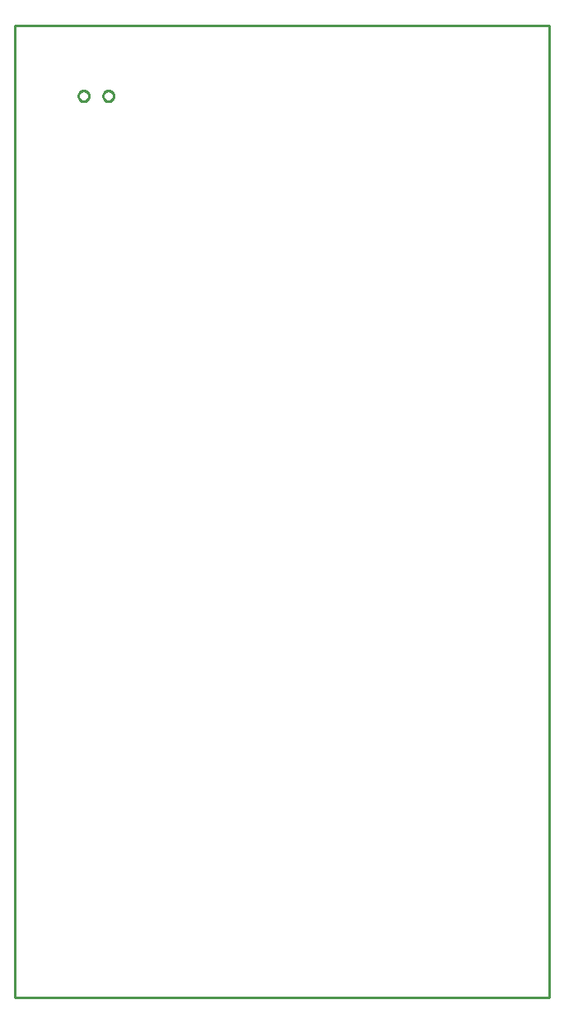
<source format=gbr>
G04 EAGLE Gerber RS-274X export*
G75*
%MOMM*%
%FSLAX34Y34*%
%LPD*%
%IN*%
%IPPOS*%
%AMOC8*
5,1,8,0,0,1.08239X$1,22.5*%
G01*
%ADD10C,0.254000*%


D10*
X0Y0D02*
X550000Y0D01*
X550000Y1000000D01*
X0Y1000000D01*
X0Y0D01*
X76400Y927091D02*
X76331Y926477D01*
X76193Y925875D01*
X75989Y925292D01*
X75721Y924735D01*
X75393Y924212D01*
X75008Y923729D01*
X74571Y923293D01*
X74088Y922907D01*
X73565Y922579D01*
X73008Y922311D01*
X72425Y922107D01*
X71823Y921969D01*
X71209Y921900D01*
X70591Y921900D01*
X69977Y921969D01*
X69375Y922107D01*
X68792Y922311D01*
X68235Y922579D01*
X67712Y922907D01*
X67229Y923293D01*
X66793Y923729D01*
X66407Y924212D01*
X66079Y924735D01*
X65811Y925292D01*
X65607Y925875D01*
X65469Y926477D01*
X65400Y927091D01*
X65400Y927709D01*
X65469Y928323D01*
X65607Y928925D01*
X65811Y929508D01*
X66079Y930065D01*
X66407Y930588D01*
X66793Y931071D01*
X67229Y931508D01*
X67712Y931893D01*
X68235Y932221D01*
X68792Y932489D01*
X69375Y932693D01*
X69977Y932831D01*
X70591Y932900D01*
X71209Y932900D01*
X71823Y932831D01*
X72425Y932693D01*
X73008Y932489D01*
X73565Y932221D01*
X74088Y931893D01*
X74571Y931508D01*
X75008Y931071D01*
X75393Y930588D01*
X75721Y930065D01*
X75989Y929508D01*
X76193Y928925D01*
X76331Y928323D01*
X76400Y927709D01*
X76400Y927091D01*
X101800Y927091D02*
X101731Y926477D01*
X101593Y925875D01*
X101389Y925292D01*
X101121Y924735D01*
X100793Y924212D01*
X100408Y923729D01*
X99971Y923293D01*
X99488Y922907D01*
X98965Y922579D01*
X98408Y922311D01*
X97825Y922107D01*
X97223Y921969D01*
X96609Y921900D01*
X95991Y921900D01*
X95377Y921969D01*
X94775Y922107D01*
X94192Y922311D01*
X93635Y922579D01*
X93112Y922907D01*
X92629Y923293D01*
X92193Y923729D01*
X91807Y924212D01*
X91479Y924735D01*
X91211Y925292D01*
X91007Y925875D01*
X90869Y926477D01*
X90800Y927091D01*
X90800Y927709D01*
X90869Y928323D01*
X91007Y928925D01*
X91211Y929508D01*
X91479Y930065D01*
X91807Y930588D01*
X92193Y931071D01*
X92629Y931508D01*
X93112Y931893D01*
X93635Y932221D01*
X94192Y932489D01*
X94775Y932693D01*
X95377Y932831D01*
X95991Y932900D01*
X96609Y932900D01*
X97223Y932831D01*
X97825Y932693D01*
X98408Y932489D01*
X98965Y932221D01*
X99488Y931893D01*
X99971Y931508D01*
X100408Y931071D01*
X100793Y930588D01*
X101121Y930065D01*
X101389Y929508D01*
X101593Y928925D01*
X101731Y928323D01*
X101800Y927709D01*
X101800Y927091D01*
M02*

</source>
